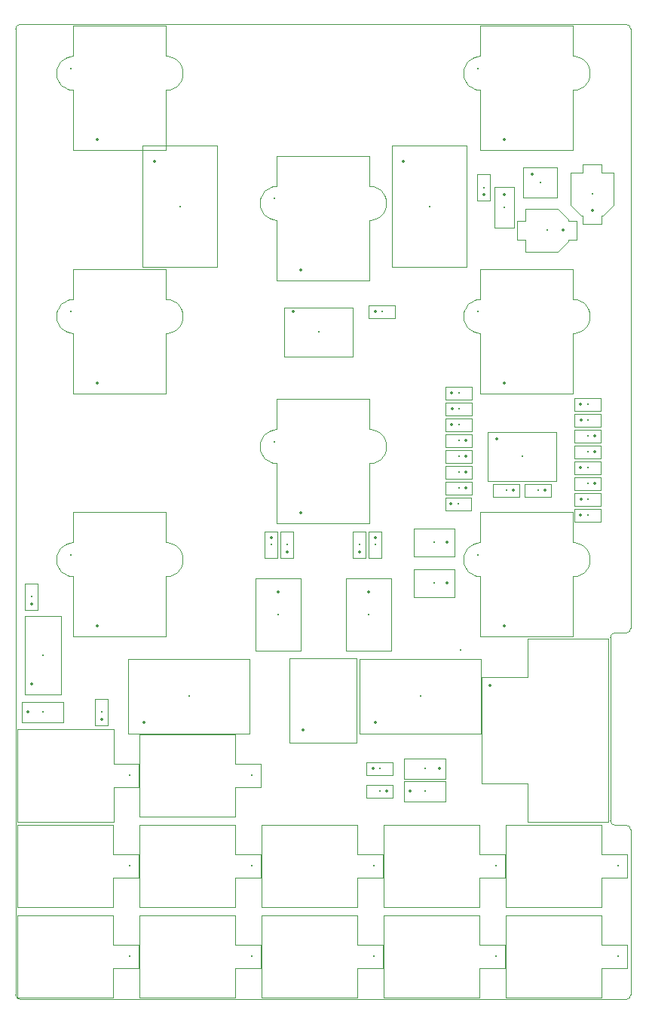
<source format=gbr>
%TF.GenerationSoftware,KiCad,Pcbnew,9.0.0*%
%TF.CreationDate,2025-03-18T19:24:19-04:00*%
%TF.ProjectId,200_Plattform,3230305f-506c-4617-9474-666f726d2e6b,A1*%
%TF.SameCoordinates,Original*%
%TF.FileFunction,Component,L1,Top*%
%TF.FilePolarity,Positive*%
%FSLAX46Y46*%
G04 Gerber Fmt 4.6, Leading zero omitted, Abs format (unit mm)*
G04 Created by KiCad (PCBNEW 9.0.0) date 2025-03-18 19:24:19*
%MOMM*%
%LPD*%
G01*
G04 APERTURE LIST*
%TA.AperFunction,ComponentMain*%
%ADD10C,0.300000*%
%TD*%
%TA.AperFunction,ComponentOutline,Courtyard*%
%ADD11C,0.100000*%
%TD*%
%TA.AperFunction,ComponentPin*%
%ADD12P,0.360000X4X0.000000*%
%TD*%
%TA.AperFunction,ComponentPin*%
%ADD13C,0.100000*%
%TD*%
%TA.AperFunction,Profile*%
%ADD14C,0.050000*%
%TD*%
G04 APERTURE END LIST*
D10*
%TO.C,C4*%
%TO.CFtp,C_0603_1608Metric*%
%TO.CVal,180pF*%
%TO.CLbN,0_synthesis_smt*%
%TO.CMnt,SMD*%
%TO.CRot,0*%
X108204000Y-78994000D03*
D11*
X109679000Y-78269000D02*
X109679000Y-79719000D01*
X106729000Y-79719000D01*
X106729000Y-78269000D01*
X109679000Y-78269000D01*
D12*
%TO.P,C4,1*%
X107429000Y-78994000D03*
D13*
%TO.P,C4,2*%
X108979000Y-78994000D03*
%TD*%
D10*
%TO.C,R11*%
%TO.CFtp,R_0603_1608Metric*%
%TO.CVal,20k*%
%TO.CLbN,0_synthesis_smt*%
%TO.CMnt,SMD*%
%TO.CRot,180*%
X108204000Y-82550000D03*
D11*
X109679000Y-81825000D02*
X109679000Y-83275000D01*
X106729000Y-83275000D01*
X106729000Y-81825000D01*
X109679000Y-81825000D01*
D12*
%TO.P,R11,1*%
X109029000Y-82550000D03*
D13*
%TO.P,R11,2*%
X107379000Y-82550000D03*
%TD*%
D10*
%TO.C,R14*%
%TO.CFtp,R_0603_1608Metric*%
%TO.CVal,10k*%
%TO.CLbN,0_synthesis_smt*%
%TO.CMnt,SMD*%
%TO.CRot,180*%
X108204000Y-86106000D03*
D11*
X109679000Y-85381000D02*
X109679000Y-86831000D01*
X106729000Y-86831000D01*
X106729000Y-85381000D01*
X109679000Y-85381000D01*
D12*
%TO.P,R14,1*%
X109029000Y-86106000D03*
D13*
%TO.P,R14,2*%
X107379000Y-86106000D03*
%TD*%
D10*
%TO.C,RV5*%
%TO.CFtp,ALPHAPOT*%
%TO.CVal,10k*%
%TO.CLbN,0_synthesis_tht*%
%TO.CMnt,TH*%
%TO.CRot,0*%
X72986000Y-81408000D03*
D11*
X83681000Y-76613000D02*
X83681000Y-80012912D01*
X83821314Y-80015414D01*
X84089326Y-80053948D01*
X84349077Y-80130218D01*
X84595334Y-80242679D01*
X84823076Y-80389040D01*
X85027674Y-80566325D01*
X85204959Y-80770923D01*
X85351320Y-80998665D01*
X85463781Y-81244922D01*
X85540051Y-81504673D01*
X85578579Y-81772639D01*
X85578579Y-82043360D01*
X85540051Y-82311326D01*
X85463781Y-82571077D01*
X85351320Y-82817334D01*
X85204959Y-83045076D01*
X85027674Y-83249674D01*
X84823076Y-83426959D01*
X84595334Y-83573320D01*
X84349077Y-83685781D01*
X84089326Y-83762051D01*
X83821314Y-83800585D01*
X83681000Y-83803088D01*
X83681000Y-90603000D01*
X73291000Y-90603000D01*
X73291000Y-83803088D01*
X73150685Y-83800585D01*
X72882673Y-83762051D01*
X72622922Y-83685781D01*
X72376665Y-83573320D01*
X72148923Y-83426959D01*
X71944325Y-83249674D01*
X71767040Y-83045076D01*
X71620679Y-82817334D01*
X71508218Y-82571077D01*
X71431948Y-82311326D01*
X71393421Y-82043360D01*
X71393421Y-81772639D01*
X71431948Y-81504673D01*
X71508218Y-81244922D01*
X71620679Y-80998665D01*
X71767040Y-80770923D01*
X71944325Y-80566325D01*
X72148923Y-80389040D01*
X72376665Y-80242679D01*
X72622922Y-80130218D01*
X72882673Y-80053948D01*
X73150685Y-80015414D01*
X73291000Y-80012912D01*
X73291000Y-76613000D01*
X83681000Y-76613000D01*
D12*
%TO.P,RV5,1,1*%
X75986000Y-89408000D03*
D13*
%TO.P,RV5,*%
X73586000Y-81908000D03*
X83386000Y-81908000D03*
%TO.P,RV5,2,2*%
X78486000Y-89408000D03*
%TO.P,RV5,3,3*%
X80986000Y-89408000D03*
%TD*%
D10*
%TO.C,R7*%
%TO.CFtp,R_0603_1608Metric*%
%TO.CVal,20k*%
%TO.CLbN,0_synthesis_smt*%
%TO.CMnt,SMD*%
%TO.CRot,0*%
X93726000Y-75946000D03*
D11*
X95201000Y-75221000D02*
X95201000Y-76671000D01*
X92251000Y-76671000D01*
X92251000Y-75221000D01*
X95201000Y-75221000D01*
D12*
%TO.P,R7,1*%
X92901000Y-75946000D03*
D13*
%TO.P,R7,2*%
X94551000Y-75946000D03*
%TD*%
D10*
%TO.C,J7*%
%TO.CFtp,JACK_THONKICONN_MONO_WQP518MA*%
%TO.CVal,THONKICONN_MONO*%
%TO.CLbN,0_synthesis_tht*%
%TO.CMnt,TH*%
%TO.CRot,-90*%
X84201000Y-139192000D03*
D11*
X82296000Y-134597000D02*
X82296000Y-137897000D01*
X85196000Y-137897000D01*
X85196000Y-140487000D01*
X82296000Y-140487000D01*
X82296000Y-143787000D01*
X71606000Y-143787000D01*
X71606000Y-134597000D01*
X82296000Y-134597000D01*
D13*
%TO.P,J7,*%
X77721000Y-139192000D03*
%TO.P,J7,S*%
X84201000Y-139192000D03*
%TO.P,J7,T*%
X72801000Y-139192000D03*
%TO.P,J7,TN*%
X81101000Y-139192000D03*
%TD*%
D10*
%TO.C,J13*%
%TO.CFtp,HEADER_2X10_BOTTOM_ENTRY_966210-2000-AR-PR*%
%TO.CVal,~*%
%TO.CLbN,0_synthesis_smt*%
%TO.CMnt,SMD*%
%TO.CRot,0*%
X62408000Y-54982000D03*
D11*
X66603000Y-48187000D02*
X66603000Y-61777000D01*
X58213000Y-61777000D01*
X58213000Y-48187000D01*
X66603000Y-48187000D01*
D12*
%TO.P,J13,1,X1*%
X59508000Y-49902000D03*
D13*
%TO.P,J13,*%
X61138000Y-49902000D03*
X61138000Y-52442000D03*
X61138000Y-54982000D03*
X61138000Y-57522000D03*
X61138000Y-60062000D03*
X63678000Y-49902000D03*
X63678000Y-52442000D03*
X63678000Y-54982000D03*
X63678000Y-57522000D03*
X63678000Y-60062000D03*
%TO.P,J13,2,X2*%
X59508000Y-52442000D03*
%TO.P,J13,3,X3*%
X59508000Y-54982000D03*
%TO.P,J13,4,X4*%
X59508000Y-57522000D03*
%TO.P,J13,5,X5*%
X59508000Y-60062000D03*
%TO.P,J13,6,X6*%
X65308000Y-60062000D03*
%TO.P,J13,7,X7*%
X65308000Y-57522000D03*
%TO.P,J13,8,X8*%
X65308000Y-54982000D03*
%TO.P,J13,9,X9*%
X65308000Y-52442000D03*
%TO.P,J13,10,X10*%
X65308000Y-49902000D03*
%TD*%
D10*
%TO.C,R12*%
%TO.CFtp,R_0603_1608Metric*%
%TO.CVal,10k*%
%TO.CLbN,0_synthesis_smt*%
%TO.CMnt,SMD*%
%TO.CRot,0*%
X108204000Y-84328000D03*
D11*
X109679000Y-83603000D02*
X109679000Y-85053000D01*
X106729000Y-85053000D01*
X106729000Y-83603000D01*
X109679000Y-83603000D01*
D12*
%TO.P,R12,1*%
X107379000Y-84328000D03*
D13*
%TO.P,R12,2*%
X109029000Y-84328000D03*
%TD*%
D10*
%TO.C,J3*%
%TO.CFtp,JACK_THONKICONN_MONO_WQP518MA*%
%TO.CVal,THONKICONN_MONO*%
%TO.CLbN,0_synthesis_tht*%
%TO.CMnt,TH*%
%TO.CRot,-90*%
X84201000Y-129032000D03*
D11*
X82296000Y-124437000D02*
X82296000Y-127737000D01*
X85196000Y-127737000D01*
X85196000Y-130327000D01*
X82296000Y-130327000D01*
X82296000Y-133627000D01*
X71606000Y-133627000D01*
X71606000Y-124437000D01*
X82296000Y-124437000D01*
D13*
%TO.P,J3,*%
X77721000Y-129032000D03*
%TO.P,J3,S*%
X84201000Y-129032000D03*
%TO.P,J3,T*%
X72801000Y-129032000D03*
%TO.P,J3,TN*%
X81101000Y-129032000D03*
%TD*%
D10*
%TO.C,J8*%
%TO.CFtp,JACK_THONKICONN_MONO_WQP518MA*%
%TO.CVal,THONKICONN_MONO*%
%TO.CLbN,0_synthesis_tht*%
%TO.CMnt,TH*%
%TO.CRot,-90*%
X97917000Y-139192000D03*
D11*
X96012000Y-134597000D02*
X96012000Y-137897000D01*
X98912000Y-137897000D01*
X98912000Y-140487000D01*
X96012000Y-140487000D01*
X96012000Y-143787000D01*
X85322000Y-143787000D01*
X85322000Y-134597000D01*
X96012000Y-134597000D01*
D13*
%TO.P,J8,*%
X91437000Y-139192000D03*
%TO.P,J8,S*%
X97917000Y-139192000D03*
%TO.P,J8,T*%
X86517000Y-139192000D03*
%TO.P,J8,TN*%
X94817000Y-139192000D03*
%TD*%
D10*
%TO.C,D5*%
%TO.CFtp,D_SOD-123*%
%TO.CVal,MBR0530*%
%TO.CLbN,0_synthesis_smt*%
%TO.CMnt,SMD*%
%TO.CRot,180*%
X89916000Y-118110000D03*
D11*
X92261000Y-116965000D02*
X92261000Y-119255000D01*
X87571000Y-119255000D01*
X87571000Y-116965000D01*
X92261000Y-116965000D01*
D12*
%TO.P,D5,1,K*%
X91566000Y-118110000D03*
D13*
%TO.P,D5,2,A*%
X88266000Y-118110000D03*
%TD*%
D10*
%TO.C,C9*%
%TO.CFtp,C_0603_1608Metric*%
%TO.CVal,100nF*%
%TO.CLbN,0_synthesis_smt*%
%TO.CMnt,SMD*%
%TO.CRot,180*%
X84836000Y-120650000D03*
D11*
X86311000Y-119925000D02*
X86311000Y-121375000D01*
X83361000Y-121375000D01*
X83361000Y-119925000D01*
X86311000Y-119925000D01*
D12*
%TO.P,C9,1*%
X85611000Y-120650000D03*
D13*
%TO.P,C9,2*%
X84061000Y-120650000D03*
%TD*%
D10*
%TO.C,R3*%
%TO.CFtp,R_1210_3225Metric*%
%TO.CVal,1k 0.5W*%
%TO.CLbN,0_synthesis_smt*%
%TO.CMnt,SMD*%
%TO.CRot,180*%
X90932000Y-97282000D03*
D11*
X93207000Y-95707000D02*
X93207000Y-98857000D01*
X88657000Y-98857000D01*
X88657000Y-95707000D01*
X93207000Y-95707000D01*
D12*
%TO.P,R3,1*%
X92394500Y-97282000D03*
D13*
%TO.P,R3,2*%
X89469500Y-97282000D03*
%TD*%
D10*
%TO.C,C6*%
%TO.CFtp,C_0603_1608Metric*%
%TO.CVal,100nF*%
%TO.CLbN,0_synthesis_smt*%
%TO.CMnt,SMD*%
%TO.CRot,180*%
X102616000Y-86868000D03*
D11*
X104091000Y-86143000D02*
X104091000Y-87593000D01*
X101141000Y-87593000D01*
X101141000Y-86143000D01*
X104091000Y-86143000D01*
D12*
%TO.P,C6,1*%
X103391000Y-86868000D03*
D13*
%TO.P,C6,2*%
X101841000Y-86868000D03*
%TD*%
D10*
%TO.C,RV8*%
%TO.CFtp,ALPHAPOT*%
%TO.CVal,10k*%
%TO.CLbN,0_synthesis_tht*%
%TO.CMnt,TH*%
%TO.CRot,0*%
X95846000Y-94108000D03*
D11*
X106541000Y-89313000D02*
X106541000Y-92712912D01*
X106681314Y-92715414D01*
X106949326Y-92753948D01*
X107209077Y-92830218D01*
X107455334Y-92942679D01*
X107683076Y-93089040D01*
X107887674Y-93266325D01*
X108064959Y-93470923D01*
X108211320Y-93698665D01*
X108323781Y-93944922D01*
X108400051Y-94204673D01*
X108438579Y-94472639D01*
X108438579Y-94743360D01*
X108400051Y-95011326D01*
X108323781Y-95271077D01*
X108211320Y-95517334D01*
X108064959Y-95745076D01*
X107887674Y-95949674D01*
X107683076Y-96126959D01*
X107455334Y-96273320D01*
X107209077Y-96385781D01*
X106949326Y-96462051D01*
X106681314Y-96500585D01*
X106541000Y-96503088D01*
X106541000Y-103303000D01*
X96151000Y-103303000D01*
X96151000Y-96503088D01*
X96010685Y-96500585D01*
X95742673Y-96462051D01*
X95482922Y-96385781D01*
X95236665Y-96273320D01*
X95008923Y-96126959D01*
X94804325Y-95949674D01*
X94627040Y-95745076D01*
X94480679Y-95517334D01*
X94368218Y-95271077D01*
X94291948Y-95011326D01*
X94253421Y-94743360D01*
X94253421Y-94472639D01*
X94291948Y-94204673D01*
X94368218Y-93944922D01*
X94480679Y-93698665D01*
X94627040Y-93470923D01*
X94804325Y-93266325D01*
X95008923Y-93089040D01*
X95236665Y-92942679D01*
X95482922Y-92830218D01*
X95742673Y-92753948D01*
X96010685Y-92715414D01*
X96151000Y-92712912D01*
X96151000Y-89313000D01*
X106541000Y-89313000D01*
D12*
%TO.P,RV8,1,1*%
X98846000Y-102108000D03*
D13*
%TO.P,RV8,*%
X96446000Y-94608000D03*
X106246000Y-94608000D03*
%TO.P,RV8,2,2*%
X101346000Y-102108000D03*
%TO.P,RV8,3,3*%
X103846000Y-102108000D03*
%TD*%
D10*
%TO.C,U3*%
%TO.CFtp,SOT-23*%
%TO.CVal,LM4040CIM3-5.0*%
%TO.CLbN,Package_TO_SOT_SMD*%
%TO.CMnt,SMD*%
%TO.CRot,0*%
X102870000Y-52324000D03*
D11*
X104785000Y-50629000D02*
X104785000Y-54019000D01*
X100955000Y-54019000D01*
X100955000Y-50629000D01*
X104785000Y-50629000D01*
D12*
%TO.P,U3,1,K*%
X101932500Y-51374000D03*
D13*
%TO.P,U3,2,A*%
X101932500Y-53274000D03*
%TO.P,U3,3,NC*%
X103807500Y-52324000D03*
%TD*%
D10*
%TO.C,SW1*%
%TO.CFtp,SW_TACTILE_TL1105SPF250Q*%
%TO.CVal,SW_TACTILE*%
%TO.CLbN,0_synthesis_tht*%
%TO.CMnt,TH*%
%TO.CRot,90*%
X76236000Y-113740000D03*
D11*
X82231000Y-105745000D02*
X82231000Y-115235000D01*
X74741000Y-115235000D01*
X74741000Y-105745000D01*
X82231000Y-105745000D01*
D12*
%TO.P,SW1,1,1*%
X76236000Y-113740000D03*
D13*
%TO.P,SW1,2,2*%
X76236000Y-107240000D03*
%TO.P,SW1,3,K*%
X80736000Y-113740000D03*
%TO.P,SW1,4,A*%
X80736000Y-107240000D03*
%TD*%
D10*
%TO.C,J15*%
%TO.CFtp,HEADER_2X10_BOTTOM_ENTRY_966210-2000-AR-PR*%
%TO.CVal,~*%
%TO.CLbN,0_synthesis_smt*%
%TO.CMnt,SMD*%
%TO.CRot,90*%
X89408000Y-109982000D03*
D11*
X96203000Y-105787000D02*
X96203000Y-114177000D01*
X82613000Y-114177000D01*
X82613000Y-105787000D01*
X96203000Y-105787000D01*
D12*
%TO.P,J15,1,X1*%
X84328000Y-112882000D03*
D13*
%TO.P,J15,*%
X84328000Y-111252000D03*
X86868000Y-111252000D03*
X89408000Y-111252000D03*
X91948000Y-111252000D03*
X94488000Y-111252000D03*
X84328000Y-108712000D03*
X86868000Y-108712000D03*
X89408000Y-108712000D03*
X91948000Y-108712000D03*
X94488000Y-108712000D03*
%TO.P,J15,2,X2*%
X86868000Y-112882000D03*
%TO.P,J15,3,X3*%
X89408000Y-112882000D03*
%TO.P,J15,4,X4*%
X91948000Y-112882000D03*
%TO.P,J15,5,X5*%
X94488000Y-112882000D03*
%TO.P,J15,6,X6*%
X94488000Y-107082000D03*
%TO.P,J15,7,X7*%
X91948000Y-107082000D03*
%TO.P,J15,8,X8*%
X89408000Y-107082000D03*
%TO.P,J15,9,X9*%
X86868000Y-107082000D03*
%TO.P,J15,10,X10*%
X84328000Y-107082000D03*
%TD*%
D10*
%TO.C,D3*%
%TO.CFtp,LED_0603_1608Metric*%
%TO.CVal,LED_BLUE*%
%TO.CLbN,0_synthesis_smt*%
%TO.CMnt,SMD*%
%TO.CRot,90*%
X82550000Y-92964000D03*
D11*
X83275000Y-91489000D02*
X83275000Y-94439000D01*
X81825000Y-94439000D01*
X81825000Y-91489000D01*
X83275000Y-91489000D01*
D12*
%TO.P,D3,1,K*%
X82550000Y-93751500D03*
D13*
%TO.P,D3,2,A*%
X82550000Y-92176500D03*
%TD*%
D10*
%TO.C,SW3*%
%TO.CFtp,SW_TOGGLE_2MS3T1B3M2QES*%
%TO.CVal,SW_SPDT_ON_OFF_ON_SUBMINI*%
%TO.CLbN,0_synthesis_tht*%
%TO.CMnt,SMD*%
%TO.CRot,-90*%
X83566000Y-100838000D03*
D11*
X86101000Y-96779000D02*
X86101000Y-104897000D01*
X81031000Y-104897000D01*
X81031000Y-96779000D01*
X86101000Y-96779000D01*
D12*
%TO.P,SW3,1,A*%
X83566000Y-98298000D03*
D13*
%TO.P,SW3,2,B*%
X83566000Y-100838000D03*
%TO.P,SW3,3,C*%
X83566000Y-103378000D03*
%TD*%
D10*
%TO.C,R8*%
%TO.CFtp,R_0603_1608Metric*%
%TO.CVal,10k*%
%TO.CLbN,0_synthesis_smt*%
%TO.CMnt,SMD*%
%TO.CRot,180*%
X93726000Y-83058000D03*
D11*
X95201000Y-82333000D02*
X95201000Y-83783000D01*
X92251000Y-83783000D01*
X92251000Y-82333000D01*
X95201000Y-82333000D01*
D12*
%TO.P,R8,1*%
X94551000Y-83058000D03*
D13*
%TO.P,R8,2*%
X92901000Y-83058000D03*
%TD*%
D10*
%TO.C,RV1*%
%TO.CFtp,ALPHAPOT*%
%TO.CVal,10k*%
%TO.CLbN,0_synthesis_tht*%
%TO.CMnt,TH*%
%TO.CRot,0*%
X50126000Y-39498000D03*
D11*
X60821000Y-34703000D02*
X60821000Y-38102912D01*
X60961314Y-38105414D01*
X61229326Y-38143948D01*
X61489077Y-38220218D01*
X61735334Y-38332679D01*
X61963076Y-38479040D01*
X62167674Y-38656325D01*
X62344959Y-38860923D01*
X62491320Y-39088665D01*
X62603781Y-39334922D01*
X62680051Y-39594673D01*
X62718579Y-39862639D01*
X62718579Y-40133360D01*
X62680051Y-40401326D01*
X62603781Y-40661077D01*
X62491320Y-40907334D01*
X62344959Y-41135076D01*
X62167674Y-41339674D01*
X61963076Y-41516959D01*
X61735334Y-41663320D01*
X61489077Y-41775781D01*
X61229326Y-41852051D01*
X60961314Y-41890585D01*
X60821000Y-41893088D01*
X60821000Y-48693000D01*
X50431000Y-48693000D01*
X50431000Y-41893088D01*
X50290685Y-41890585D01*
X50022673Y-41852051D01*
X49762922Y-41775781D01*
X49516665Y-41663320D01*
X49288923Y-41516959D01*
X49084325Y-41339674D01*
X48907040Y-41135076D01*
X48760679Y-40907334D01*
X48648218Y-40661077D01*
X48571948Y-40401326D01*
X48533421Y-40133360D01*
X48533421Y-39862639D01*
X48571948Y-39594673D01*
X48648218Y-39334922D01*
X48760679Y-39088665D01*
X48907040Y-38860923D01*
X49084325Y-38656325D01*
X49288923Y-38479040D01*
X49516665Y-38332679D01*
X49762922Y-38220218D01*
X50022673Y-38143948D01*
X50290685Y-38105414D01*
X50431000Y-38102912D01*
X50431000Y-34703000D01*
X60821000Y-34703000D01*
D12*
%TO.P,RV1,1,1*%
X53126000Y-47498000D03*
D13*
%TO.P,RV1,*%
X50726000Y-39998000D03*
X60526000Y-39998000D03*
%TO.P,RV1,2,2*%
X55626000Y-47498000D03*
%TO.P,RV1,3,3*%
X58126000Y-47498000D03*
%TD*%
D10*
%TO.C,J5*%
%TO.CFtp,JACK_THONKICONN_MONO_WQP518MA*%
%TO.CVal,THONKICONN_MONO*%
%TO.CLbN,0_synthesis_tht*%
%TO.CMnt,TH*%
%TO.CRot,-90*%
X56769000Y-139192000D03*
D11*
X54864000Y-134597000D02*
X54864000Y-137897000D01*
X57764000Y-137897000D01*
X57764000Y-140487000D01*
X54864000Y-140487000D01*
X54864000Y-143787000D01*
X44174000Y-143787000D01*
X44174000Y-134597000D01*
X54864000Y-134597000D01*
D13*
%TO.P,J5,*%
X50289000Y-139192000D03*
%TO.P,J5,S*%
X56769000Y-139192000D03*
%TO.P,J5,T*%
X45369000Y-139192000D03*
%TO.P,J5,TN*%
X53669000Y-139192000D03*
%TD*%
D10*
%TO.C,C2*%
%TO.CFtp,C_0603_1608Metric*%
%TO.CVal,180pF*%
%TO.CLbN,0_synthesis_smt*%
%TO.CMnt,SMD*%
%TO.CRot,180*%
X93726000Y-86614000D03*
D11*
X95201000Y-85889000D02*
X95201000Y-87339000D01*
X92251000Y-87339000D01*
X92251000Y-85889000D01*
X95201000Y-85889000D01*
D12*
%TO.P,C2,1*%
X94501000Y-86614000D03*
D13*
%TO.P,C2,2*%
X92951000Y-86614000D03*
%TD*%
D10*
%TO.C,D4*%
%TO.CFtp,D_SOD-123*%
%TO.CVal,MBR0530*%
%TO.CLbN,0_synthesis_smt*%
%TO.CMnt,SMD*%
%TO.CRot,0*%
X89916000Y-120650000D03*
D11*
X92261000Y-119505000D02*
X92261000Y-121795000D01*
X87571000Y-121795000D01*
X87571000Y-119505000D01*
X92261000Y-119505000D01*
D12*
%TO.P,D4,1,K*%
X88266000Y-120650000D03*
D13*
%TO.P,D4,2,A*%
X91566000Y-120650000D03*
%TD*%
D10*
%TO.C,R10*%
%TO.CFtp,R_0603_1608Metric*%
%TO.CVal,10k*%
%TO.CLbN,0_synthesis_smt*%
%TO.CMnt,SMD*%
%TO.CRot,180*%
X93726000Y-84836000D03*
D11*
X95201000Y-84111000D02*
X95201000Y-85561000D01*
X92251000Y-85561000D01*
X92251000Y-84111000D01*
X95201000Y-84111000D01*
D12*
%TO.P,R10,1*%
X94551000Y-84836000D03*
D13*
%TO.P,R10,2*%
X92901000Y-84836000D03*
%TD*%
D10*
%TO.C,C11*%
%TO.CFtp,C_0603_1608Metric*%
%TO.CVal,100nF*%
%TO.CLbN,0_synthesis_smt*%
%TO.CMnt,SMD*%
%TO.CRot,90*%
X96520000Y-52845000D03*
D11*
X97245000Y-51370000D02*
X97245000Y-54320000D01*
X95795000Y-54320000D01*
X95795000Y-51370000D01*
X97245000Y-51370000D01*
D12*
%TO.P,C11,1*%
X96520000Y-53620000D03*
D13*
%TO.P,C11,2*%
X96520000Y-52070000D03*
%TD*%
D10*
%TO.C,U1*%
%TO.CFtp,SO-4_4.4x3.6mm_P2.54mm*%
%TO.CVal,LTV-355T*%
%TO.CLbN,0_synthesis_smt*%
%TO.CMnt,SMD*%
%TO.CRot,90*%
X46990000Y-105410000D03*
D11*
X49035000Y-101015000D02*
X49035000Y-109805000D01*
X44945000Y-109805000D01*
X44945000Y-101015000D01*
X49035000Y-101015000D01*
D12*
%TO.P,U1,1*%
X45720000Y-108560000D03*
D13*
%TO.P,U1,2*%
X48260000Y-108560000D03*
%TO.P,U1,3*%
X48260000Y-102260000D03*
%TO.P,U1,4*%
X45720000Y-102260000D03*
%TD*%
D10*
%TO.C,J9*%
%TO.CFtp,JACK_THONKICONN_MONO_WQP518MA*%
%TO.CVal,THONKICONN_MONO*%
%TO.CLbN,0_synthesis_tht*%
%TO.CMnt,TH*%
%TO.CRot,-90*%
X70484972Y-118872000D03*
D11*
X68579972Y-114277000D02*
X68579972Y-117577000D01*
X71479972Y-117577000D01*
X71479972Y-120167000D01*
X68579972Y-120167000D01*
X68579972Y-123467000D01*
X57889972Y-123467000D01*
X57889972Y-114277000D01*
X68579972Y-114277000D01*
D13*
%TO.P,J9,*%
X64004972Y-118872000D03*
%TO.P,J9,S*%
X70484972Y-118872000D03*
%TO.P,J9,T*%
X59084972Y-118872000D03*
%TO.P,J9,TN*%
X67384972Y-118872000D03*
%TD*%
D10*
%TO.C,R5*%
%TO.CFtp,R_0603_1608Metric*%
%TO.CVal,20k*%
%TO.CLbN,0_synthesis_smt*%
%TO.CMnt,SMD*%
%TO.CRot,0*%
X93726000Y-79502000D03*
D11*
X95201000Y-78777000D02*
X95201000Y-80227000D01*
X92251000Y-80227000D01*
X92251000Y-78777000D01*
X95201000Y-78777000D01*
D12*
%TO.P,R5,1*%
X92901000Y-79502000D03*
D13*
%TO.P,R5,2*%
X94551000Y-79502000D03*
%TD*%
D10*
%TO.C,J10*%
%TO.CFtp,JACK_THONKICONN_STEREO_WQP419GR*%
%TO.CVal,THONKICONN STEREO*%
%TO.CLbN,0_synthesis_tht*%
%TO.CMnt,TH*%
%TO.CRot,-90*%
X56769000Y-118872000D03*
D11*
X54964000Y-113677000D02*
X54964000Y-117577000D01*
X57764000Y-117577000D01*
X57764000Y-120167000D01*
X54964000Y-120167000D01*
X54964000Y-124067000D01*
X44174000Y-124067000D01*
X44174000Y-113677000D01*
X54964000Y-113677000D01*
D13*
%TO.P,J10,*%
X50289000Y-118872000D03*
%TO.P,J10,R*%
X53669000Y-118872000D03*
%TO.P,J10,S*%
X56769000Y-118872000D03*
%TO.P,J10,T*%
X45369000Y-118872000D03*
%TD*%
D10*
%TO.C,R16*%
%TO.CFtp,R_0603_1608Metric*%
%TO.CVal,10k*%
%TO.CLbN,0_synthesis_smt*%
%TO.CMnt,SMD*%
%TO.CRot,0*%
X108204000Y-77216000D03*
D11*
X109679000Y-76491000D02*
X109679000Y-77941000D01*
X106729000Y-77941000D01*
X106729000Y-76491000D01*
X109679000Y-76491000D01*
D12*
%TO.P,R16,1*%
X107379000Y-77216000D03*
D13*
%TO.P,R16,2*%
X109029000Y-77216000D03*
%TD*%
D10*
%TO.C,J16*%
%TO.CFtp,HEADER_2X10_BOTTOM_ENTRY_966210-2000-AR-PR*%
%TO.CVal,~*%
%TO.CLbN,0_synthesis_smt*%
%TO.CMnt,SMD*%
%TO.CRot,0*%
X90408000Y-54982000D03*
D11*
X94603000Y-48187000D02*
X94603000Y-61777000D01*
X86213000Y-61777000D01*
X86213000Y-48187000D01*
X94603000Y-48187000D01*
D12*
%TO.P,J16,1,X1*%
X87508000Y-49902000D03*
D13*
%TO.P,J16,*%
X89138000Y-49902000D03*
X89138000Y-52442000D03*
X89138000Y-54982000D03*
X89138000Y-57522000D03*
X89138000Y-60062000D03*
X91678000Y-49902000D03*
X91678000Y-52442000D03*
X91678000Y-54982000D03*
X91678000Y-57522000D03*
X91678000Y-60062000D03*
%TO.P,J16,2,X2*%
X87508000Y-52442000D03*
%TO.P,J16,3,X3*%
X87508000Y-54982000D03*
%TO.P,J16,4,X4*%
X87508000Y-57522000D03*
%TO.P,J16,5,X5*%
X87508000Y-60062000D03*
%TO.P,J16,6,X6*%
X93308000Y-60062000D03*
%TO.P,J16,7,X7*%
X93308000Y-57522000D03*
%TO.P,J16,8,X8*%
X93308000Y-54982000D03*
%TO.P,J16,9,X9*%
X93308000Y-52442000D03*
%TO.P,J16,10,X10*%
X93308000Y-49902000D03*
%TD*%
D10*
%TO.C,C10*%
%TO.CFtp,C_0603_1608Metric*%
%TO.CVal,100nF*%
%TO.CLbN,0_synthesis_smt*%
%TO.CMnt,SMD*%
%TO.CRot,0*%
X84849000Y-118110000D03*
D11*
X86324000Y-117385000D02*
X86324000Y-118835000D01*
X83374000Y-118835000D01*
X83374000Y-117385000D01*
X86324000Y-117385000D01*
D12*
%TO.P,C10,1*%
X84074000Y-118110000D03*
D13*
%TO.P,C10,2*%
X85624000Y-118110000D03*
%TD*%
D10*
%TO.C,R13*%
%TO.CFtp,R_0603_1608Metric*%
%TO.CVal,20k*%
%TO.CLbN,0_synthesis_smt*%
%TO.CMnt,SMD*%
%TO.CRot,0*%
X108204000Y-89662000D03*
D11*
X109679000Y-88937000D02*
X109679000Y-90387000D01*
X106729000Y-90387000D01*
X106729000Y-88937000D01*
X109679000Y-88937000D01*
D12*
%TO.P,R13,1*%
X107379000Y-89662000D03*
D13*
%TO.P,R13,2*%
X109029000Y-89662000D03*
%TD*%
D10*
%TO.C,R15*%
%TO.CFtp,R_0603_1608Metric*%
%TO.CVal,10k*%
%TO.CLbN,0_synthesis_smt*%
%TO.CMnt,SMD*%
%TO.CRot,180*%
X108204000Y-80772000D03*
D11*
X109679000Y-80047000D02*
X109679000Y-81497000D01*
X106729000Y-81497000D01*
X106729000Y-80047000D01*
X109679000Y-80047000D01*
D12*
%TO.P,R15,1*%
X109029000Y-80772000D03*
D13*
%TO.P,R15,2*%
X107379000Y-80772000D03*
%TD*%
D10*
%TO.C,R17*%
%TO.CFtp,R_0603_1608Metric*%
%TO.CVal,220R*%
%TO.CLbN,0_synthesis_smt*%
%TO.CMnt,SMD*%
%TO.CRot,-90*%
X72644000Y-92964000D03*
D11*
X73369000Y-91489000D02*
X73369000Y-94439000D01*
X71919000Y-94439000D01*
X71919000Y-91489000D01*
X73369000Y-91489000D01*
D12*
%TO.P,R17,1*%
X72644000Y-92139000D03*
D13*
%TO.P,R17,2*%
X72644000Y-93789000D03*
%TD*%
D10*
%TO.C,R4*%
%TO.CFtp,R_1210_3225Metric*%
%TO.CVal,1k 0.5W*%
%TO.CLbN,0_synthesis_smt*%
%TO.CMnt,SMD*%
%TO.CRot,180*%
X90932000Y-92710000D03*
D11*
X93207000Y-91135000D02*
X93207000Y-94285000D01*
X88657000Y-94285000D01*
X88657000Y-91135000D01*
X93207000Y-91135000D01*
D12*
%TO.P,R4,1*%
X92394500Y-92710000D03*
D13*
%TO.P,R4,2*%
X89469500Y-92710000D03*
%TD*%
D10*
%TO.C,C7*%
%TO.CFtp,CAP_EEE-FK1V100UR*%
%TO.CVal,10uF*%
%TO.CLbN,0_synthesis_smt*%
%TO.CMnt,SMD*%
%TO.CRot,90*%
X108712000Y-53594000D03*
D11*
X109757000Y-50249000D02*
X109757000Y-51199000D01*
X111107000Y-51199000D01*
X111107000Y-54841928D01*
X109959928Y-55989000D01*
X109757000Y-55989000D01*
X109757000Y-56939000D01*
X107667000Y-56939000D01*
X107667000Y-55989000D01*
X107464072Y-55989000D01*
X106317000Y-54841928D01*
X106317000Y-51199000D01*
X107667000Y-51199000D01*
X107667000Y-50249000D01*
X109757000Y-50249000D01*
D12*
%TO.P,C7,1*%
X108712000Y-55394000D03*
D13*
%TO.P,C7,2*%
X108712000Y-51794000D03*
%TD*%
D10*
%TO.C,J1*%
%TO.CFtp,JACK_THONKICONN_MONO_WQP518MA*%
%TO.CVal,THONKICONN_MONO*%
%TO.CLbN,0_synthesis_tht*%
%TO.CMnt,TH*%
%TO.CRot,-90*%
X56769000Y-129032000D03*
D11*
X54864000Y-124437000D02*
X54864000Y-127737000D01*
X57764000Y-127737000D01*
X57764000Y-130327000D01*
X54864000Y-130327000D01*
X54864000Y-133627000D01*
X44174000Y-133627000D01*
X44174000Y-124437000D01*
X54864000Y-124437000D01*
D13*
%TO.P,J1,*%
X50289000Y-129032000D03*
%TO.P,J1,S*%
X56769000Y-129032000D03*
%TO.P,J1,T*%
X45369000Y-129032000D03*
%TO.P,J1,TN*%
X53669000Y-129032000D03*
%TD*%
D10*
%TO.C,RV6*%
%TO.CFtp,ALPHAPOT*%
%TO.CVal,10k*%
%TO.CLbN,0_synthesis_tht*%
%TO.CMnt,TH*%
%TO.CRot,0*%
X95846000Y-39498000D03*
D11*
X106541000Y-34703000D02*
X106541000Y-38102912D01*
X106681314Y-38105414D01*
X106949326Y-38143948D01*
X107209077Y-38220218D01*
X107455334Y-38332679D01*
X107683076Y-38479040D01*
X107887674Y-38656325D01*
X108064959Y-38860923D01*
X108211320Y-39088665D01*
X108323781Y-39334922D01*
X108400051Y-39594673D01*
X108438579Y-39862639D01*
X108438579Y-40133360D01*
X108400051Y-40401326D01*
X108323781Y-40661077D01*
X108211320Y-40907334D01*
X108064959Y-41135076D01*
X107887674Y-41339674D01*
X107683076Y-41516959D01*
X107455334Y-41663320D01*
X107209077Y-41775781D01*
X106949326Y-41852051D01*
X106681314Y-41890585D01*
X106541000Y-41893088D01*
X106541000Y-48693000D01*
X96151000Y-48693000D01*
X96151000Y-41893088D01*
X96010685Y-41890585D01*
X95742673Y-41852051D01*
X95482922Y-41775781D01*
X95236665Y-41663320D01*
X95008923Y-41516959D01*
X94804325Y-41339674D01*
X94627040Y-41135076D01*
X94480679Y-40907334D01*
X94368218Y-40661077D01*
X94291948Y-40401326D01*
X94253421Y-40133360D01*
X94253421Y-39862639D01*
X94291948Y-39594673D01*
X94368218Y-39334922D01*
X94480679Y-39088665D01*
X94627040Y-38860923D01*
X94804325Y-38656325D01*
X95008923Y-38479040D01*
X95236665Y-38332679D01*
X95482922Y-38220218D01*
X95742673Y-38143948D01*
X96010685Y-38105414D01*
X96151000Y-38102912D01*
X96151000Y-34703000D01*
X106541000Y-34703000D01*
D12*
%TO.P,RV6,1,1*%
X98846000Y-47498000D03*
D13*
%TO.P,RV6,*%
X96446000Y-39998000D03*
X106246000Y-39998000D03*
%TO.P,RV6,2,2*%
X101346000Y-47498000D03*
%TO.P,RV6,3,3*%
X103846000Y-47498000D03*
%TD*%
D10*
%TO.C,C8*%
%TO.CFtp,CAP_EEE-FK1V100UR*%
%TO.CVal,10uF*%
%TO.CLbN,0_synthesis_smt*%
%TO.CMnt,SMD*%
%TO.CRot,180*%
X103632000Y-57658000D03*
D11*
X104879928Y-55263000D02*
X106027000Y-56410072D01*
X106027000Y-56613000D01*
X106977000Y-56613000D01*
X106977000Y-58703000D01*
X106027000Y-58703000D01*
X106027000Y-58905928D01*
X104879928Y-60053000D01*
X101237000Y-60053000D01*
X101237000Y-58703000D01*
X100287000Y-58703000D01*
X100287000Y-56613000D01*
X101237000Y-56613000D01*
X101237000Y-55263000D01*
X104879928Y-55263000D01*
D12*
%TO.P,C8,1*%
X105432000Y-57658000D03*
D13*
%TO.P,C8,2*%
X101832000Y-57658000D03*
%TD*%
D10*
%TO.C,J6*%
%TO.CFtp,JACK_THONKICONN_MONO_WQP518MA*%
%TO.CVal,THONKICONN_MONO*%
%TO.CLbN,0_synthesis_tht*%
%TO.CMnt,TH*%
%TO.CRot,-90*%
X70485000Y-139192000D03*
D11*
X68580000Y-134597000D02*
X68580000Y-137897000D01*
X71480000Y-137897000D01*
X71480000Y-140487000D01*
X68580000Y-140487000D01*
X68580000Y-143787000D01*
X57890000Y-143787000D01*
X57890000Y-134597000D01*
X68580000Y-134597000D01*
D13*
%TO.P,J6,*%
X64005000Y-139192000D03*
%TO.P,J6,S*%
X70485000Y-139192000D03*
%TO.P,J6,T*%
X59085000Y-139192000D03*
%TO.P,J6,TN*%
X67385000Y-139192000D03*
%TD*%
D10*
%TO.C,U4*%
%TO.CFtp,TSSOP-16_4.4x5mm_P0.65mm*%
%TO.CVal,CD4052B*%
%TO.CLbN,0_synthesis_smt*%
%TO.CMnt,SMD*%
%TO.CRot,0*%
X77978000Y-69088000D03*
D11*
X81823000Y-66343000D02*
X81823000Y-71833000D01*
X74133000Y-71833000D01*
X74133000Y-66343000D01*
X81823000Y-66343000D01*
D12*
%TO.P,U4,1,Y0*%
X75115500Y-66813000D03*
D13*
%TO.P,U4,2,Y2*%
X75115500Y-67463000D03*
%TO.P,U4,3,Y*%
X75115500Y-68113000D03*
%TO.P,U4,4,Y3*%
X75115500Y-68763000D03*
%TO.P,U4,5,Y1*%
X75115500Y-69413000D03*
%TO.P,U4,6,INH*%
X75115500Y-70063000D03*
%TO.P,U4,7,VEE*%
X75115500Y-70713000D03*
%TO.P,U4,8,VSS*%
X75115500Y-71363000D03*
%TO.P,U4,9,B*%
X80840500Y-71363000D03*
%TO.P,U4,10,A*%
X80840500Y-70713000D03*
%TO.P,U4,11,X3*%
X80840500Y-70063000D03*
%TO.P,U4,12,X0*%
X80840500Y-69413000D03*
%TO.P,U4,13,X*%
X80840500Y-68763000D03*
%TO.P,U4,14,X1*%
X80840500Y-68113000D03*
%TO.P,U4,15,X2*%
X80840500Y-67463000D03*
%TO.P,U4,16,VDD*%
X80840500Y-66813000D03*
%TD*%
D10*
%TO.C,R6*%
%TO.CFtp,R_0603_1608Metric*%
%TO.CVal,10k*%
%TO.CLbN,0_synthesis_smt*%
%TO.CMnt,SMD*%
%TO.CRot,180*%
X93726000Y-81280000D03*
D11*
X95201000Y-80555000D02*
X95201000Y-82005000D01*
X92251000Y-82005000D01*
X92251000Y-80555000D01*
X95201000Y-80555000D01*
D12*
%TO.P,R6,1*%
X94551000Y-81280000D03*
D13*
%TO.P,R6,2*%
X92901000Y-81280000D03*
%TD*%
D10*
%TO.C,C1*%
%TO.CFtp,C_0603_1608Metric*%
%TO.CVal,180pF*%
%TO.CLbN,0_synthesis_smt*%
%TO.CMnt,SMD*%
%TO.CRot,0*%
X93726000Y-77724000D03*
D11*
X95201000Y-76999000D02*
X95201000Y-78449000D01*
X92251000Y-78449000D01*
X92251000Y-76999000D01*
X95201000Y-76999000D01*
D12*
%TO.P,C1,1*%
X92951000Y-77724000D03*
D13*
%TO.P,C1,2*%
X94501000Y-77724000D03*
%TD*%
D10*
%TO.C,C3*%
%TO.CFtp,C_0603_1608Metric*%
%TO.CVal,180pF*%
%TO.CLbN,0_synthesis_smt*%
%TO.CMnt,SMD*%
%TO.CRot,0*%
X108204000Y-87884000D03*
D11*
X109679000Y-87159000D02*
X109679000Y-88609000D01*
X106729000Y-88609000D01*
X106729000Y-87159000D01*
X109679000Y-87159000D01*
D12*
%TO.P,C3,1*%
X107429000Y-87884000D03*
D13*
%TO.P,C3,2*%
X108979000Y-87884000D03*
%TD*%
D10*
%TO.C,RV3*%
%TO.CFtp,ALPHAPOT*%
%TO.CVal,10k*%
%TO.CLbN,0_synthesis_tht*%
%TO.CMnt,TH*%
%TO.CRot,0*%
X50126000Y-94108000D03*
D11*
X60821000Y-89313000D02*
X60821000Y-92712912D01*
X60961314Y-92715414D01*
X61229326Y-92753948D01*
X61489077Y-92830218D01*
X61735334Y-92942679D01*
X61963076Y-93089040D01*
X62167674Y-93266325D01*
X62344959Y-93470923D01*
X62491320Y-93698665D01*
X62603781Y-93944922D01*
X62680051Y-94204673D01*
X62718579Y-94472639D01*
X62718579Y-94743360D01*
X62680051Y-95011326D01*
X62603781Y-95271077D01*
X62491320Y-95517334D01*
X62344959Y-95745076D01*
X62167674Y-95949674D01*
X61963076Y-96126959D01*
X61735334Y-96273320D01*
X61489077Y-96385781D01*
X61229326Y-96462051D01*
X60961314Y-96500585D01*
X60821000Y-96503088D01*
X60821000Y-103303000D01*
X50431000Y-103303000D01*
X50431000Y-96503088D01*
X50290685Y-96500585D01*
X50022673Y-96462051D01*
X49762922Y-96385781D01*
X49516665Y-96273320D01*
X49288923Y-96126959D01*
X49084325Y-95949674D01*
X48907040Y-95745076D01*
X48760679Y-95517334D01*
X48648218Y-95271077D01*
X48571948Y-95011326D01*
X48533421Y-94743360D01*
X48533421Y-94472639D01*
X48571948Y-94204673D01*
X48648218Y-93944922D01*
X48760679Y-93698665D01*
X48907040Y-93470923D01*
X49084325Y-93266325D01*
X49288923Y-93089040D01*
X49516665Y-92942679D01*
X49762922Y-92830218D01*
X50022673Y-92753948D01*
X50290685Y-92715414D01*
X50431000Y-92712912D01*
X50431000Y-89313000D01*
X60821000Y-89313000D01*
D12*
%TO.P,RV3,1,1*%
X53126000Y-102108000D03*
D13*
%TO.P,RV3,*%
X50726000Y-94608000D03*
X60526000Y-94608000D03*
%TO.P,RV3,2,2*%
X55626000Y-102108000D03*
%TO.P,RV3,3,3*%
X58126000Y-102108000D03*
%TD*%
D10*
%TO.C,J14*%
%TO.CFtp,HEADER_2X10_BOTTOM_ENTRY_966210-2000-AR-PR*%
%TO.CVal,~*%
%TO.CLbN,0_synthesis_smt*%
%TO.CMnt,SMD*%
%TO.CRot,90*%
X63408000Y-109982000D03*
D11*
X70203000Y-105787000D02*
X70203000Y-114177000D01*
X56613000Y-114177000D01*
X56613000Y-105787000D01*
X70203000Y-105787000D01*
D12*
%TO.P,J14,1,X1*%
X58328000Y-112882000D03*
D13*
%TO.P,J14,*%
X58328000Y-111252000D03*
X60868000Y-111252000D03*
X63408000Y-111252000D03*
X65948000Y-111252000D03*
X68488000Y-111252000D03*
X58328000Y-108712000D03*
X60868000Y-108712000D03*
X63408000Y-108712000D03*
X65948000Y-108712000D03*
X68488000Y-108712000D03*
%TO.P,J14,2,X2*%
X60868000Y-112882000D03*
%TO.P,J14,3,X3*%
X63408000Y-112882000D03*
%TO.P,J14,4,X4*%
X65948000Y-112882000D03*
%TO.P,J14,5,X5*%
X68488000Y-112882000D03*
%TO.P,J14,6,X6*%
X68488000Y-107082000D03*
%TO.P,J14,7,X7*%
X65948000Y-107082000D03*
%TO.P,J14,8,X8*%
X63408000Y-107082000D03*
%TO.P,J14,9,X9*%
X60868000Y-107082000D03*
%TO.P,J14,10,X10*%
X58328000Y-107082000D03*
%TD*%
D10*
%TO.C,J12*%
%TO.CFtp,JACK_THONKICONN_MONO_WQP518MA*%
%TO.CVal,THONKICONN_MONO*%
%TO.CLbN,0_synthesis_tht*%
%TO.CMnt,TH*%
%TO.CRot,-90*%
X111633000Y-139192000D03*
D11*
X109728000Y-134597000D02*
X109728000Y-137897000D01*
X112628000Y-137897000D01*
X112628000Y-140487000D01*
X109728000Y-140487000D01*
X109728000Y-143787000D01*
X99038000Y-143787000D01*
X99038000Y-134597000D01*
X109728000Y-134597000D01*
D13*
%TO.P,J12,*%
X105153000Y-139192000D03*
%TO.P,J12,S*%
X111633000Y-139192000D03*
%TO.P,J12,T*%
X100233000Y-139192000D03*
%TO.P,J12,TN*%
X108533000Y-139192000D03*
%TD*%
D10*
%TO.C,R18*%
%TO.CFtp,R_0603_1608Metric*%
%TO.CVal,220R*%
%TO.CLbN,0_synthesis_smt*%
%TO.CMnt,SMD*%
%TO.CRot,-90*%
X84328000Y-92964000D03*
D11*
X85053000Y-91489000D02*
X85053000Y-94439000D01*
X83603000Y-94439000D01*
X83603000Y-91489000D01*
X85053000Y-91489000D01*
D12*
%TO.P,R18,1*%
X84328000Y-92139000D03*
D13*
%TO.P,R18,2*%
X84328000Y-93789000D03*
%TD*%
D10*
%TO.C,SW2*%
%TO.CFtp,SW_TOGGLE_2MS3T1B3M2QES*%
%TO.CVal,SW_SPDT_ON_OFF_ON_SUBMINI*%
%TO.CLbN,0_synthesis_tht*%
%TO.CMnt,SMD*%
%TO.CRot,-90*%
X73406000Y-100838000D03*
D11*
X75941000Y-96779000D02*
X75941000Y-104897000D01*
X70871000Y-104897000D01*
X70871000Y-96779000D01*
X75941000Y-96779000D01*
D12*
%TO.P,SW2,1,A*%
X73406000Y-98298000D03*
D13*
%TO.P,SW2,2,B*%
X73406000Y-100838000D03*
%TO.P,SW2,3,C*%
X73406000Y-103378000D03*
%TD*%
D10*
%TO.C,R2*%
%TO.CFtp,R_0603_1608Metric*%
%TO.CVal,220R*%
%TO.CLbN,0_synthesis_smt*%
%TO.CMnt,SMD*%
%TO.CRot,90*%
X45720000Y-98806000D03*
D11*
X46445000Y-97331000D02*
X46445000Y-100281000D01*
X44995000Y-100281000D01*
X44995000Y-97331000D01*
X46445000Y-97331000D01*
D12*
%TO.P,R2,1*%
X45720000Y-99631000D03*
D13*
%TO.P,R2,2*%
X45720000Y-97981000D03*
%TD*%
D10*
%TO.C,RV4*%
%TO.CFtp,ALPHAPOT*%
%TO.CVal,10k*%
%TO.CLbN,0_synthesis_tht*%
%TO.CMnt,TH*%
%TO.CRot,0*%
X72986000Y-54103000D03*
D11*
X83681000Y-49308000D02*
X83681000Y-52707912D01*
X83821314Y-52710414D01*
X84089326Y-52748948D01*
X84349077Y-52825218D01*
X84595334Y-52937679D01*
X84823076Y-53084040D01*
X85027674Y-53261325D01*
X85204959Y-53465923D01*
X85351320Y-53693665D01*
X85463781Y-53939922D01*
X85540051Y-54199673D01*
X85578579Y-54467639D01*
X85578579Y-54738360D01*
X85540051Y-55006326D01*
X85463781Y-55266077D01*
X85351320Y-55512334D01*
X85204959Y-55740076D01*
X85027674Y-55944674D01*
X84823076Y-56121959D01*
X84595334Y-56268320D01*
X84349077Y-56380781D01*
X84089326Y-56457051D01*
X83821314Y-56495585D01*
X83681000Y-56498088D01*
X83681000Y-63298000D01*
X73291000Y-63298000D01*
X73291000Y-56498088D01*
X73150685Y-56495585D01*
X72882673Y-56457051D01*
X72622922Y-56380781D01*
X72376665Y-56268320D01*
X72148923Y-56121959D01*
X71944325Y-55944674D01*
X71767040Y-55740076D01*
X71620679Y-55512334D01*
X71508218Y-55266077D01*
X71431948Y-55006326D01*
X71393421Y-54738360D01*
X71393421Y-54467639D01*
X71431948Y-54199673D01*
X71508218Y-53939922D01*
X71620679Y-53693665D01*
X71767040Y-53465923D01*
X71944325Y-53261325D01*
X72148923Y-53084040D01*
X72376665Y-52937679D01*
X72622922Y-52825218D01*
X72882673Y-52748948D01*
X73150685Y-52710414D01*
X73291000Y-52707912D01*
X73291000Y-49308000D01*
X83681000Y-49308000D01*
D12*
%TO.P,RV4,1,1*%
X75986000Y-62103000D03*
D13*
%TO.P,RV4,*%
X73586000Y-54603000D03*
X83386000Y-54603000D03*
%TO.P,RV4,2,2*%
X78486000Y-62103000D03*
%TO.P,RV4,3,3*%
X80986000Y-62103000D03*
%TD*%
D10*
%TO.C,U2*%
%TO.CFtp,TSSOP-14_4.4x5mm_P0.65mm*%
%TO.CVal,TL074CPWR*%
%TO.CLbN,0_synthesis_smt*%
%TO.CMnt,SMD*%
%TO.CRot,0*%
X100838000Y-83058000D03*
D11*
X104683000Y-80313000D02*
X104683000Y-85803000D01*
X96993000Y-85803000D01*
X96993000Y-80313000D01*
X104683000Y-80313000D01*
D12*
%TO.P,U2,1*%
X97975500Y-81108000D03*
D13*
%TO.P,U2,2,-*%
X97975500Y-81758000D03*
%TO.P,U2,3,+*%
X97975500Y-82408000D03*
%TO.P,U2,4,V+*%
X97975500Y-83058000D03*
%TO.P,U2,5,+*%
X97975500Y-83708000D03*
%TO.P,U2,6,-*%
X97975500Y-84358000D03*
%TO.P,U2,7*%
X97975500Y-85008000D03*
%TO.P,U2,8*%
X103700500Y-85008000D03*
%TO.P,U2,9,-*%
X103700500Y-84358000D03*
%TO.P,U2,10,+*%
X103700500Y-83708000D03*
%TO.P,U2,11,V-*%
X103700500Y-83058000D03*
%TO.P,U2,12,+*%
X103700500Y-82408000D03*
%TO.P,U2,13,-*%
X103700500Y-81758000D03*
%TO.P,U2,14*%
X103700500Y-81108000D03*
%TD*%
D10*
%TO.C,J2*%
%TO.CFtp,JACK_THONKICONN_MONO_WQP518MA*%
%TO.CVal,THONKICONN_MONO*%
%TO.CLbN,0_synthesis_tht*%
%TO.CMnt,TH*%
%TO.CRot,-90*%
X70485000Y-129032000D03*
D11*
X68580000Y-124437000D02*
X68580000Y-127737000D01*
X71480000Y-127737000D01*
X71480000Y-130327000D01*
X68580000Y-130327000D01*
X68580000Y-133627000D01*
X57890000Y-133627000D01*
X57890000Y-124437000D01*
X68580000Y-124437000D01*
D13*
%TO.P,J2,*%
X64005000Y-129032000D03*
%TO.P,J2,S*%
X70485000Y-129032000D03*
%TO.P,J2,T*%
X59085000Y-129032000D03*
%TO.P,J2,TN*%
X67385000Y-129032000D03*
%TD*%
D10*
%TO.C,J11*%
%TO.CFtp,JACK_THONKICONN_MONO_WQP518MA*%
%TO.CVal,THONKICONN_MONO*%
%TO.CLbN,0_synthesis_tht*%
%TO.CMnt,TH*%
%TO.CRot,-90*%
X111633000Y-129032000D03*
D11*
X109728000Y-124437000D02*
X109728000Y-127737000D01*
X112628000Y-127737000D01*
X112628000Y-130327000D01*
X109728000Y-130327000D01*
X109728000Y-133627000D01*
X99038000Y-133627000D01*
X99038000Y-124437000D01*
X109728000Y-124437000D01*
D13*
%TO.P,J11,*%
X105153000Y-129032000D03*
%TO.P,J11,S*%
X111633000Y-129032000D03*
%TO.P,J11,T*%
X100233000Y-129032000D03*
%TO.P,J11,TN*%
X108533000Y-129032000D03*
%TD*%
D10*
%TO.C,C12*%
%TO.CFtp,C_0603_1608Metric*%
%TO.CVal,100nF*%
%TO.CLbN,0_synthesis_smt*%
%TO.CMnt,SMD*%
%TO.CRot,0*%
X85090000Y-66802000D03*
D11*
X86565000Y-66077000D02*
X86565000Y-67527000D01*
X83615000Y-67527000D01*
X83615000Y-66077000D01*
X86565000Y-66077000D01*
D12*
%TO.P,C12,1*%
X84315000Y-66802000D03*
D13*
%TO.P,C12,2*%
X85865000Y-66802000D03*
%TD*%
D10*
%TO.C,R9*%
%TO.CFtp,R_0603_1608Metric*%
%TO.CVal,10k*%
%TO.CLbN,0_synthesis_smt*%
%TO.CMnt,SMD*%
%TO.CRot,0*%
X93663000Y-88392000D03*
D11*
X95138000Y-87667000D02*
X95138000Y-89117000D01*
X92188000Y-89117000D01*
X92188000Y-87667000D01*
X95138000Y-87667000D01*
D12*
%TO.P,R9,1*%
X92838000Y-88392000D03*
D13*
%TO.P,R9,2*%
X94488000Y-88392000D03*
%TD*%
D10*
%TO.C,RV2*%
%TO.CFtp,ALPHAPOT*%
%TO.CVal,10k*%
%TO.CLbN,0_synthesis_tht*%
%TO.CMnt,TH*%
%TO.CRot,0*%
X50126000Y-66803000D03*
D11*
X60821000Y-62008000D02*
X60821000Y-65407912D01*
X60961314Y-65410414D01*
X61229326Y-65448948D01*
X61489077Y-65525218D01*
X61735334Y-65637679D01*
X61963076Y-65784040D01*
X62167674Y-65961325D01*
X62344959Y-66165923D01*
X62491320Y-66393665D01*
X62603781Y-66639922D01*
X62680051Y-66899673D01*
X62718579Y-67167639D01*
X62718579Y-67438360D01*
X62680051Y-67706326D01*
X62603781Y-67966077D01*
X62491320Y-68212334D01*
X62344959Y-68440076D01*
X62167674Y-68644674D01*
X61963076Y-68821959D01*
X61735334Y-68968320D01*
X61489077Y-69080781D01*
X61229326Y-69157051D01*
X60961314Y-69195585D01*
X60821000Y-69198088D01*
X60821000Y-75998000D01*
X50431000Y-75998000D01*
X50431000Y-69198088D01*
X50290685Y-69195585D01*
X50022673Y-69157051D01*
X49762922Y-69080781D01*
X49516665Y-68968320D01*
X49288923Y-68821959D01*
X49084325Y-68644674D01*
X48907040Y-68440076D01*
X48760679Y-68212334D01*
X48648218Y-67966077D01*
X48571948Y-67706326D01*
X48533421Y-67438360D01*
X48533421Y-67167639D01*
X48571948Y-66899673D01*
X48648218Y-66639922D01*
X48760679Y-66393665D01*
X48907040Y-66165923D01*
X49084325Y-65961325D01*
X49288923Y-65784040D01*
X49516665Y-65637679D01*
X49762922Y-65525218D01*
X50022673Y-65448948D01*
X50290685Y-65410414D01*
X50431000Y-65407912D01*
X50431000Y-62008000D01*
X60821000Y-62008000D01*
D12*
%TO.P,RV2,1,1*%
X53126000Y-74803000D03*
D13*
%TO.P,RV2,*%
X50726000Y-67303000D03*
X60526000Y-67303000D03*
%TO.P,RV2,2,2*%
X55626000Y-74803000D03*
%TO.P,RV2,3,3*%
X58126000Y-74803000D03*
%TD*%
D10*
%TO.C,C5*%
%TO.CFtp,C_0603_1608Metric*%
%TO.CVal,100nF*%
%TO.CLbN,0_synthesis_smt*%
%TO.CMnt,SMD*%
%TO.CRot,180*%
X99073000Y-86868000D03*
D11*
X100548000Y-86143000D02*
X100548000Y-87593000D01*
X97598000Y-87593000D01*
X97598000Y-86143000D01*
X100548000Y-86143000D01*
D12*
%TO.P,C5,1*%
X99848000Y-86868000D03*
D13*
%TO.P,C5,2*%
X98298000Y-86868000D03*
%TD*%
D10*
%TO.C,R19*%
%TO.CFtp,R_1206_3216Metric*%
%TO.CVal,6.8k 0.25W*%
%TO.CLbN,0_synthesis_smt*%
%TO.CMnt,SMD*%
%TO.CRot,-90*%
X98806000Y-55118000D03*
D11*
X99921000Y-52843000D02*
X99921000Y-57393000D01*
X97691000Y-57393000D01*
X97691000Y-52843000D01*
X99921000Y-52843000D01*
D12*
%TO.P,R19,1*%
X98806000Y-53655500D03*
D13*
%TO.P,R19,2*%
X98806000Y-56580500D03*
%TD*%
D10*
%TO.C,D1*%
%TO.CFtp,D_SOD-123*%
%TO.CVal,MBR0530*%
%TO.CLbN,0_synthesis_smt*%
%TO.CMnt,SMD*%
%TO.CRot,0*%
X46990000Y-111760000D03*
D11*
X49335000Y-110615000D02*
X49335000Y-112905000D01*
X44645000Y-112905000D01*
X44645000Y-110615000D01*
X49335000Y-110615000D01*
D12*
%TO.P,D1,1,K*%
X45340000Y-111760000D03*
D13*
%TO.P,D1,2,A*%
X48640000Y-111760000D03*
%TD*%
D10*
%TO.C,D2*%
%TO.CFtp,LED_0603_1608Metric*%
%TO.CVal,LED_BLUE*%
%TO.CLbN,0_synthesis_smt*%
%TO.CMnt,SMD*%
%TO.CRot,90*%
X74422000Y-92964000D03*
D11*
X75147000Y-91489000D02*
X75147000Y-94439000D01*
X73697000Y-94439000D01*
X73697000Y-91489000D01*
X75147000Y-91489000D01*
D12*
%TO.P,D2,1,K*%
X74422000Y-93751500D03*
D13*
%TO.P,D2,2,A*%
X74422000Y-92176500D03*
%TD*%
D10*
%TO.C,R1*%
%TO.CFtp,R_0603_1608Metric*%
%TO.CVal,220R*%
%TO.CLbN,0_synthesis_smt*%
%TO.CMnt,SMD*%
%TO.CRot,90*%
X53594000Y-111760000D03*
D11*
X54319000Y-110285000D02*
X54319000Y-113235000D01*
X52869000Y-113235000D01*
X52869000Y-110285000D01*
X54319000Y-110285000D01*
D12*
%TO.P,R1,1*%
X53594000Y-112585000D03*
D13*
%TO.P,R1,2*%
X53594000Y-110935000D03*
%TD*%
D10*
%TO.C,J17*%
%TO.CFtp,EURO_POWER_10_RTANG*%
%TO.CVal,EURO_POWER_10_RTANG*%
%TO.CLbN,0_synthesis_tht*%
%TO.CMnt,TH*%
%TO.CRot,0*%
X93908000Y-104792000D03*
D11*
X110503000Y-103497000D02*
X110503000Y-124087000D01*
X101413000Y-124087000D01*
X101413000Y-119787000D01*
X96313000Y-119787000D01*
X96313000Y-107797000D01*
X101413000Y-107797000D01*
X101413000Y-103497000D01*
X110503000Y-103497000D01*
D12*
%TO.P,J17,1,-12V*%
X97188000Y-108732000D03*
D13*
%TO.P,J17,2,-12V*%
X99728000Y-108732000D03*
%TO.P,J17,3,gnd*%
X97188000Y-111272000D03*
%TO.P,J17,4,gnd*%
X99728000Y-111272000D03*
%TO.P,J17,5,gnd*%
X97188000Y-113812000D03*
%TO.P,J17,6,gnd*%
X99728000Y-113812000D03*
%TO.P,J17,7,gnd*%
X97188000Y-116352000D03*
%TO.P,J17,8,gnd*%
X99728000Y-116352000D03*
%TO.P,J17,9,+12V*%
X97188000Y-118892000D03*
%TO.P,J17,10,+12V*%
X99728000Y-118892000D03*
%TD*%
D10*
%TO.C,RV7*%
%TO.CFtp,ALPHAPOT*%
%TO.CVal,10k*%
%TO.CLbN,0_synthesis_tht*%
%TO.CMnt,TH*%
%TO.CRot,0*%
X95846000Y-66803000D03*
D11*
X106541000Y-62008000D02*
X106541000Y-65407912D01*
X106681314Y-65410414D01*
X106949326Y-65448948D01*
X107209077Y-65525218D01*
X107455334Y-65637679D01*
X107683076Y-65784040D01*
X107887674Y-65961325D01*
X108064959Y-66165923D01*
X108211320Y-66393665D01*
X108323781Y-66639922D01*
X108400051Y-66899673D01*
X108438579Y-67167639D01*
X108438579Y-67438360D01*
X108400051Y-67706326D01*
X108323781Y-67966077D01*
X108211320Y-68212334D01*
X108064959Y-68440076D01*
X107887674Y-68644674D01*
X107683076Y-68821959D01*
X107455334Y-68968320D01*
X107209077Y-69080781D01*
X106949326Y-69157051D01*
X106681314Y-69195585D01*
X106541000Y-69198088D01*
X106541000Y-75998000D01*
X96151000Y-75998000D01*
X96151000Y-69198088D01*
X96010685Y-69195585D01*
X95742673Y-69157051D01*
X95482922Y-69080781D01*
X95236665Y-68968320D01*
X95008923Y-68821959D01*
X94804325Y-68644674D01*
X94627040Y-68440076D01*
X94480679Y-68212334D01*
X94368218Y-67966077D01*
X94291948Y-67706326D01*
X94253421Y-67438360D01*
X94253421Y-67167639D01*
X94291948Y-66899673D01*
X94368218Y-66639922D01*
X94480679Y-66393665D01*
X94627040Y-66165923D01*
X94804325Y-65961325D01*
X95008923Y-65784040D01*
X95236665Y-65637679D01*
X95482922Y-65525218D01*
X95742673Y-65448948D01*
X96010685Y-65410414D01*
X96151000Y-65407912D01*
X96151000Y-62008000D01*
X106541000Y-62008000D01*
D12*
%TO.P,RV7,1,1*%
X98846000Y-74803000D03*
D13*
%TO.P,RV7,*%
X96446000Y-67303000D03*
X106246000Y-67303000D03*
%TO.P,RV7,2,2*%
X101346000Y-74803000D03*
%TO.P,RV7,3,3*%
X103846000Y-74803000D03*
%TD*%
D10*
%TO.C,J4*%
%TO.CFtp,JACK_THONKICONN_MONO_WQP518MA*%
%TO.CVal,THONKICONN_MONO*%
%TO.CLbN,0_synthesis_tht*%
%TO.CMnt,TH*%
%TO.CRot,-90*%
X97917000Y-129032000D03*
D11*
X96012000Y-124437000D02*
X96012000Y-127737000D01*
X98912000Y-127737000D01*
X98912000Y-130327000D01*
X96012000Y-130327000D01*
X96012000Y-133627000D01*
X85322000Y-133627000D01*
X85322000Y-124437000D01*
X96012000Y-124437000D01*
D13*
%TO.P,J4,*%
X91437000Y-129032000D03*
%TO.P,J4,S*%
X97917000Y-129032000D03*
%TO.P,J4,T*%
X86517000Y-129032000D03*
%TO.P,J4,TN*%
X94817000Y-129032000D03*
%TD*%
D14*
X112522000Y-144018000D02*
X44450000Y-144018000D01*
X112522000Y-124460000D02*
G75*
G02*
X113030000Y-124968000I0J-508000D01*
G01*
X43942000Y-143510000D02*
X43942000Y-35052000D01*
X44450000Y-34544000D02*
X112522000Y-34544000D01*
X112522000Y-34544000D02*
G75*
G02*
X113030000Y-35052000I0J-508000D01*
G01*
X44450000Y-144018000D02*
G75*
G02*
X43942000Y-143510000I0J508000D01*
G01*
X113030000Y-35052000D02*
X113030000Y-102362000D01*
X113030000Y-102362000D02*
G75*
G02*
X112522000Y-102870000I-508000J0D01*
G01*
X43942000Y-35052000D02*
G75*
G02*
X44450000Y-34544000I508000J0D01*
G01*
X111252000Y-124460000D02*
X112522000Y-124460000D01*
X112522000Y-102870000D02*
X111252000Y-102870000D01*
X110744000Y-103378000D02*
G75*
G02*
X111252000Y-102870000I508000J0D01*
G01*
X113030000Y-143510000D02*
G75*
G02*
X112522000Y-144018000I-508000J0D01*
G01*
X111252000Y-124460000D02*
G75*
G02*
X110744000Y-123952000I0J508000D01*
G01*
X110744000Y-103378000D02*
X110744000Y-123952000D01*
X113030000Y-124968000D02*
X113030000Y-143510000D01*
M02*

</source>
